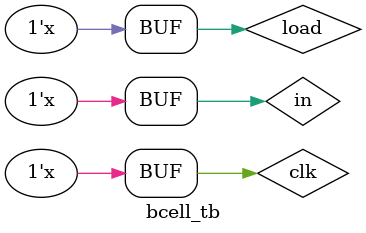
<source format=v>
`include "Hadif_B190513CS_Q02.v"

module bcell_tb;

wire o;
reg in, load, clk;

bcell b1(o, in, load, clk);

initial
begin
  clk=0;
  in=0;
  load=0;
  $dumpfile("dff.vcd");
  $dumpvars(0, b1);
  $display("clk ld in out");
  $monitor("  %b  %b  %b  %b", clk, load, in, o);
end

always #5 in = ~in;
always #3 clk = ~clk;
always #13 load = ~load;

endmodule
</source>
